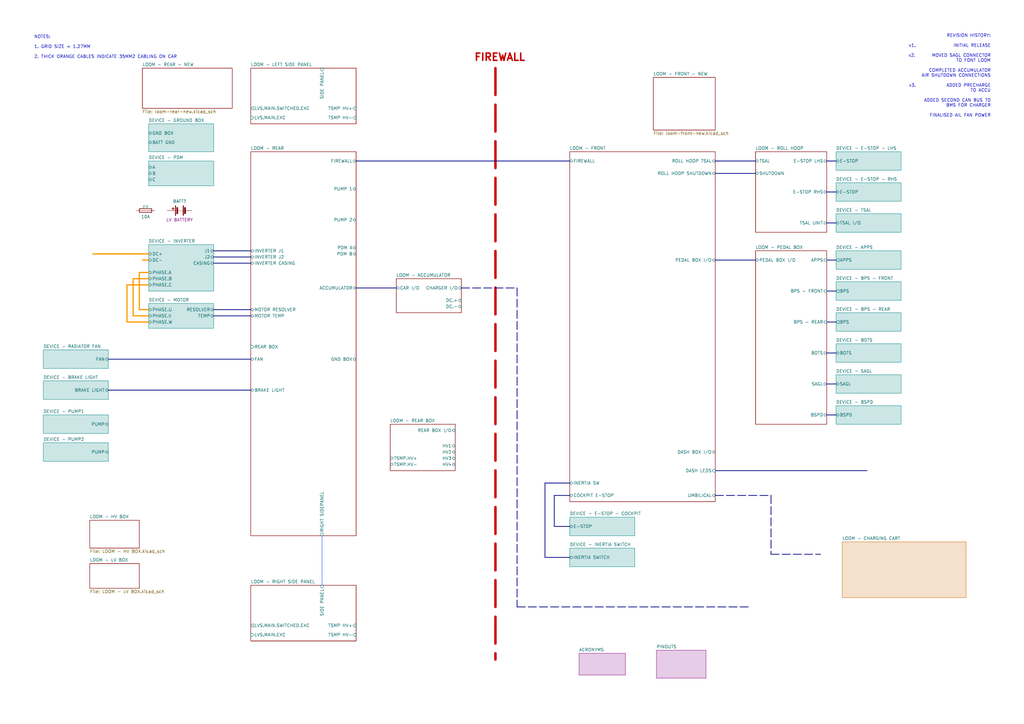
<source format=kicad_sch>
(kicad_sch (version 20231120) (generator "eeschema") (generator_version "8.0")
  (paper "A3")
  (title_block (title "STAG X - TOP LEVEL"))
  (lib_symbols
    (symbol "Device:Battery" (pin_numbers hide) (pin_names (offset 0) hide)
      (property "Reference" "BT" (at 2.54 2.54 0))
      (property "Value" "Battery" (at 2.54 0 0))
      (symbol "Battery_0_1"
        (rectangle (start -2.032 -1.397) (end 2.032 -1.651) (fill (type outline)))
        (rectangle (start -2.032 1.778) (end 2.032 1.524) (fill (type outline)))
        (rectangle (start -1.3208 -1.9812) (end 1.27 -2.4892) (fill (type outline)))
        (rectangle (start -1.3208 1.1938) (end 1.27 0.6858) (fill (type outline)))
        (polyline (pts (xy 0 -1.524) (xy 0 -1.27)))
        (polyline (pts (xy 0 -1.016) (xy 0 -0.762)))
        (polyline (pts (xy 0 -0.508) (xy 0 -0.254)))
        (polyline (pts (xy 0 0) (xy 0 0.254)))
        (polyline (pts (xy 0 0.508) (xy 0 0.762)))
        (polyline (pts (xy 0 1.778) (xy 0 2.54)))
        (polyline (pts (xy 0.254 2.667) (xy 1.27 2.667)) (stroke (width 0.254)))
        (polyline (pts (xy 0.762 3.175) (xy 0.762 2.159)) (stroke (width 0.254)))
      )
      (symbol "Battery_1_1"
        (pin passive line (at 0 5.08 270) (length 2.54) (name "+") (number "1"))
        (pin passive line (at 0 -5.08 90) (length 2.54) (name "-") (number "2"))
      )
    )
    (symbol "Device:Fuse" (pin_numbers hide) (pin_names (offset 0))
      (property "Reference" "F" (at 2.032 0 90))
      (property "Value" "Fuse" (at -1.905 0 90))
      (symbol "Fuse_0_1"
        (rectangle (start -0.762 -2.54) (end 0.762 2.54) (stroke (width 0.254)))
        (polyline (pts (xy 0 2.54) (xy 0 -2.54)))
      )
      (symbol "Fuse_1_1"
        (pin passive line (at 0 3.81 270) (length 1.27) (name "~") (number "1"))
        (pin passive line (at 0 -3.81 90) (length 1.27) (name "~") (number "2"))
      )
    )
  )
  (bus (pts (xy 339.09 144.78) (xy 342.9 144.78)))
  (bus (pts (xy 339.09 170.18) (xy 342.9 170.18)))
  (bus (pts (xy 293.37 193.04) (xy 355.6 193.04)))
  (wire (pts (xy 52.07 116.84) (xy 60.96 116.84)) (stroke (width 0.5) (color 255 153 0 1)))
  (bus (pts (xy 293.37 71.12) (xy 309.88 71.12)))
  (wire (pts (xy 57.15 111.76) (xy 57.15 127)) (stroke (width 0.5) (color 255 153 0 1)))
  (bus (pts (xy 87.63 107.95) (xy 102.87 107.95)))
  (wire (pts (xy 57.15 111.76) (xy 60.96 111.76)) (stroke (width 0.5) (color 255 153 0 1)))
  (bus (pts (xy 339.09 106.68) (xy 342.9 106.68)))
  (wire (pts (xy 57.15 127) (xy 60.96 127)) (stroke (width 0.5) (color 255 153 0 1)))
  (bus (pts (xy 233.68 215.9) (xy 227.33 215.9)))
  (bus (pts (xy 146.05 118.11) (xy 162.56 118.11)))
  (bus (pts (xy 339.09 66.04) (xy 342.9 66.04)))
  (bus (pts (xy 339.09 119.38) (xy 342.9 119.38)))
  (bus (pts (xy 339.09 91.44) (xy 342.9 91.44)))
  (bus (pts (xy 227.33 203.2) (xy 233.68 203.2)))
  (wire (pts (xy 52.07 116.84) (xy 52.07 132.08)) (stroke (width 0.5) (color 255 153 0 1)))
  (wire (pts (xy 132.08 219.71) (xy 132.08 240.03)) (stroke (width 0) (color 0 28 255 1)))
  (bus (pts (xy 223.52 198.12) (xy 233.68 198.12)))
  (bus (pts (xy 44.45 147.32) (xy 102.87 147.32)))
  (bus (pts (xy 233.68 66.04) (xy 146.05 66.04)))
  (bus (pts (xy 44.45 160.02) (xy 102.87 160.02)))
  (bus (pts (xy 87.63 129.54) (xy 102.87 129.54)))
  (wire (pts (xy 52.07 132.08) (xy 60.96 132.08)) (stroke (width 0.5) (color 255 153 0 1)))
  (bus (pts (xy 87.63 105.41) (xy 102.87 105.41)))
  (bus (pts (xy 233.68 228.6) (xy 223.52 228.6)))
  (bus (pts (xy 212.09 248.92) (xy 307.34 248.92)) (stroke (width 0) (type dash)))
  (bus (pts (xy 227.33 215.9) (xy 227.33 203.2)))
  (wire (pts (xy 38.1 104.14) (xy 60.96 104.14)) (stroke (width 0.5) (color 255 153 0 1)))
  (bus (pts (xy 316.23 227.33) (xy 336.55 227.33)) (stroke (width 0) (type dash)))
  (bus (pts (xy 339.09 132.08) (xy 342.9 132.08)))
  (wire (pts (xy 54.61 114.3) (xy 60.96 114.3)) (stroke (width 0.5) (color 255 153 0 1)))
  (bus (pts (xy 339.09 157.48) (xy 342.9 157.48)))
  (polyline (pts (xy 203.2 27.94) (xy 203.2 270.51)) (stroke (width 1) (type dash) (color 194 0 0 1)))
  (bus (pts (xy 87.63 102.87) (xy 102.87 102.87)))
  (bus (pts (xy 212.09 118.11) (xy 212.09 248.92)) (stroke (width 0) (type dash)))
  (bus (pts (xy 87.63 127) (xy 102.87 127)))
  (bus (pts (xy 293.37 106.68) (xy 309.88 106.68)))
  (bus (pts (xy 293.37 203.2) (xy 316.23 203.2)) (stroke (width 0) (type dash)))
  (bus (pts (xy 316.23 203.2) (xy 316.23 227.33)) (stroke (width 0) (type dash)))
  (bus (pts (xy 223.52 228.6) (xy 223.52 198.12)))
  (wire (pts (xy 54.61 114.3) (xy 54.61 129.54)) (stroke (width 0.5) (color 255 153 0 1)))
  (bus (pts (xy 189.23 118.11) (xy 212.09 118.11)) (stroke (width 0) (type dash)))
  (wire (pts (xy 54.61 129.54) (xy 60.96 129.54)) (stroke (width 0.5) (color 255 153 0 1)))
  (wire (pts (xy 58.42 106.68) (xy 60.96 106.68)) (stroke (width 0.5) (color 255 153 0 1)))
  (bus (pts (xy 293.37 66.04) (xy 309.88 66.04)))
  (bus (pts (xy 339.09 78.74) (xy 342.9 78.74)))
  (rectangle (start -201.93 55.88) (end -52.07 226.06) (stroke (width 1) (color 72 72 72 1)) (fill (type color) (color 132 132 132 0.15)))
  (text "NOTES:\n\n1. GRID SIZE = 1.27MM\n\n2. THICK ORANGE CABLES INDICATE 35MM2 CABLING ON CAR" (at 13.97 24.13 0) (effects (font (size 1.27 1.27)) (justify left bottom)))
  (text "                 REVISION HISTORY:\n\nv1.                INITIAL RELEASE\n\nv2.       MOVED SAGL CONNECTOR\n                      TO FONT LOOM\n\n             COMPLETED ACCUMULATOR\n          AIR SHUTDOWN CONNECTIONS\n\nv3.             ADDED PRECHARGE\n                           TO ACCU\n\n           ADDED SECOND CAN BUS TO\n                   BMS FOR CHARGER\n\n           FINALISED AIL FAN POWER" (at 406.4 13.97 0) (effects (font (size 1.27 1.27)) (justify right top)))
  (text "FIREWALL" (at 194.31 25.4 0) (effects (font (size 3 3) (thickness 0.6) (bold yes)) (justify left bottom)))
  (text "REAR MONOCOQUE" (at -199.39 53.34 0) (effects (font (size 3 3) (bold yes)) (justify left bottom)))
  (symbol (lib_id "Device:Fuse") (at 59.69 86.36 270) (unit 1)
    (property "Reference" "F?" (at 59.69 85.09 90))
    (property "Value" "10A" (at 59.69 88.9 90))
  )
  (symbol (lib_id "Device:Battery") (at 73.66 86.36 90) (unit 1)
    (property "Reference" "BATT?" (at 73.66 82.55 90))
    (property "Value" "~" (at 73.279 82.55 90))
    (property "Conn Name" "LV BATTERY" (at 73.66 90.17 90))
  )
  (sheet (at 342.9 140.97) (size 26.67 7.62) (stroke (width 0.1524) (color 0 132 132 1)) (fill (color 0 132 132 0.2000))
    (property "Sheetname" "DEVICE - BOTS" (at 342.9 140.2584 0) (effects (justify left bottom)))
    (property "Sheetfile" "device-bots.kicad_sch" (effects (hide yes)))
    (pin "BOTS" bidirectional (at 342.9 144.78 180))
  )
  (sheet (at 60.96 66.04) (size 26.67 10.16) (stroke (width 0.1524) (color 0 132 132 1)) (fill (color 0 132 132 0.2000))
    (property "Sheetname" "DEVICE - PDM" (at 60.96 65.3284 0) (effects (justify left bottom)))
    (property "Sheetfile" "device-pdm.kicad_sch" (effects (hide yes)))
    (pin "C" bidirectional (at 60.96 73.66 180))
    (pin "B" bidirectional (at 60.96 71.12 180))
    (pin "A" bidirectional (at 60.96 68.58 180))
  )
  (sheet (at 237.49 267.97) (size 19.05 8.89) (stroke (width 0.1524) (color 132 0 132 1)) (fill (color 132 0 132 0.2000))
    (property "Sheetname" "ACRONYMS" (at 237.49 267.2584 0) (effects (justify left bottom)))
    (property "Sheetfile" "acronyms.kicad_sch" (effects (hide yes)))
  )
  (sheet (at 17.78 181.61) (size 26.67 7.62) (stroke (width 0.1524) (color 0 132 132 1)) (fill (color 0 132 132 0.2000))
    (property "Sheetname" "DEVICE - PUMP2" (at 17.78 180.8984 0) (effects (justify left bottom)))
    (property "Sheetfile" "device-pump.kicad_sch" (effects (hide yes)))
    (pin "PUMP" bidirectional (at 44.45 185.42 0))
  )
  (sheet (at 267.97 31.75) (size 25.4 21.59) (stroke (width 0.1524))
    (property "Sheetname" "LOOM - FRONT - NEW" (at 267.97 31.0384 0) (effects (justify left bottom)))
    (property "Sheetfile" "loom-front-new.kicad_sch" (at 267.97 53.9246 0) (effects (justify left top)))
  )
  (sheet (at 233.68 212.09) (size 26.67 7.62) (stroke (width 0.1524) (color 0 132 132 1)) (fill (color 0 132 132 0.2000))
    (property "Sheetname" "DEVICE - E-STOP - COCKPIT" (at 233.68 211.3784 0) (effects (justify left bottom)))
    (property "Sheetfile" "device-e-stop.kicad_sch" (effects (hide yes)))
    (pin "E-STOP" bidirectional (at 233.68 215.9 180))
  )
  (sheet (at 60.96 100.33) (size 26.67 19.05) (stroke (width 0.1524) (color 0 132 132 1)) (fill (color 0 132 132 0.2000))
    (property "Sheetname" "DEVICE - INVERTER" (at 60.96 99.6184 0) (effects (justify left bottom)))
    (property "Sheetfile" "device-inverter.kicad_sch" (effects (hide yes)))
    (pin "PHASE.A" bidirectional (at 60.96 111.76 180))
    (pin "PHASE.B" bidirectional (at 60.96 114.3 180))
    (pin "PHASE.C" bidirectional (at 60.96 116.84 180))
    (pin "J1" bidirectional (at 87.63 102.87 0))
    (pin "J2" bidirectional (at 87.63 105.41 0))
    (pin "CASING" bidirectional (at 87.63 107.95 0))
    (pin "DC+" bidirectional (at 60.96 104.14 180))
    (pin "DC-" bidirectional (at 60.96 106.68 180))
  )
  (sheet (at 342.9 87.63) (size 26.67 7.62) (stroke (width 0.1524) (color 0 132 132 1)) (fill (color 0 132 132 0.2000))
    (property "Sheetname" "DEVICE - TSAL" (at 342.9 86.9184 0) (effects (justify left bottom)))
    (property "Sheetfile" "device-tsal.kicad_sch" (effects (hide yes)))
    (pin "TSAL I{slash}O" bidirectional (at 342.9 91.44 180))
  )
  (sheet (at 102.87 62.23) (size 43.18 157.48) (stroke (width 0.1524))
    (property "Sheetname" "LOOM - REAR" (at 102.87 61.5184 0) (effects (justify left bottom)))
    (property "Sheetfile" "loom-rear.kicad_sch" (effects (hide yes)))
    (pin "FIREWALL" bidirectional (at 146.05 66.04 0))
    (pin "REAR BOX" input (at 102.87 142.24 180))
    (pin "ACCUMULATOR" bidirectional (at 146.05 118.11 0))
    (pin "MOTOR RESOLVER" bidirectional (at 102.87 127 180))
    (pin "MOTOR TEMP" bidirectional (at 102.87 129.54 180))
    (pin "FAN" bidirectional (at 102.87 147.32 180))
    (pin "PUMP 2" bidirectional (at 146.05 90.17 0))
    (pin "BRAKE LIGHT" bidirectional (at 102.87 160.02 180))
    (pin "PUMP 1" bidirectional (at 146.05 77.47 0))
    (pin "INVERTER J1" bidirectional (at 102.87 102.87 180))
    (pin "INVERTER J2" bidirectional (at 102.87 105.41 180))
    (pin "GND BOX" bidirectional (at 146.05 147.32 0))
    (pin "PDM A" bidirectional (at 146.05 101.6 0))
    (pin "RIGHT SIDEPANEL" input (at 132.08 219.71 270))
    (pin "PDM B" bidirectional (at 146.05 104.14 0))
    (pin "INVERTER CASING" bidirectional (at 102.87 107.95 180))
  )
  (sheet (at 17.78 170.18) (size 26.67 7.62) (stroke (width 0.1524) (color 0 132 132 1)) (fill (color 0 132 132 0.2000))
    (property "Sheetname" "DEVICE - PUMP1" (at 17.78 169.4684 0) (effects (justify left bottom)))
    (property "Sheetfile" "device-pump.kicad_sch" (effects (hide yes)))
    (pin "PUMP" bidirectional (at 44.45 173.99 0))
  )
  (sheet (at 342.9 102.87) (size 26.67 7.62) (stroke (width 0.1524) (color 0 132 132 1)) (fill (color 0 132 132 0.2000))
    (property "Sheetname" "DEVICE - APPS" (at 342.9 102.1584 0) (effects (justify left bottom)))
    (property "Sheetfile" "device-apps.kicad_sch" (effects (hide yes)))
    (pin "APPS" output (at 342.9 106.68 180))
  )
  (sheet (at 102.87 27.94) (size 43.18 22.86) (stroke (width 0.1524))
    (property "Sheetname" "LOOM - LEFT SIDE PANEL" (at 102.87 27.2284 0) (effects (justify left bottom)))
    (property "Sheetfile" "loom-side-panel-left.kicad_sch" (effects (hide yes)))
    (pin "LVS.MAIN.EXC" input (at 102.87 48.26 180))
    (pin "TSMP HV-" input (at 146.05 48.26 0))
    (pin "TSMP HV+" input (at 146.05 44.45 0))
    (pin "SIDE PANEL" input (at 132.08 27.94 90))
    (pin "LVS.MAIN.SWITCHED.EXC" output (at 102.87 44.45 180))
  )
  (sheet (at 17.78 143.51) (size 26.67 7.62) (stroke (width 0.1524) (color 0 132 132 1)) (fill (color 0 132 132 0.2000))
    (property "Sheetname" "DEVICE - RADIATOR FAN" (at 17.78 142.7984 0) (effects (justify left bottom)))
    (property "Sheetfile" "device-radiator-fan.kicad_sch" (effects (hide yes)))
    (pin "FAN" bidirectional (at 44.45 147.32 0))
  )
  (sheet (at 36.83 231.14) (size 20.32 10.16) (stroke (width 0.1524))
    (property "Sheetname" "LOOM - LV BOX" (at 36.83 230.4284 0) (effects (justify left bottom)))
    (property "Sheetfile" "LOOM - LV BOX.kicad_sch" (at 36.83 241.8846 0) (effects (justify left top)))
  )
  (sheet (at 36.83 213.36) (size 20.32 11.43) (stroke (width 0.1524))
    (property "Sheetname" "LOOM - HV BOX" (at 36.83 212.6484 0) (effects (justify left bottom)))
    (property "Sheetfile" "LOOM - HV BOX.kicad_sch" (at 36.83 225.3746 0) (effects (justify left top)))
  )
  (sheet (at 342.9 62.23) (size 26.67 7.62) (stroke (width 0.1524) (color 0 132 132 1)) (fill (color 0 132 132 0.2000))
    (property "Sheetname" "DEVICE - E-STOP - LHS" (at 342.9 61.5184 0) (effects (justify left bottom)))
    (property "Sheetfile" "device-e-stop.kicad_sch" (effects (hide yes)))
    (pin "E-STOP" bidirectional (at 342.9 66.04 180))
  )
  (sheet (at 342.9 115.57) (size 26.67 7.62) (stroke (width 0.1524) (color 0 132 132 1)) (fill (color 0 132 132 0.2000))
    (property "Sheetname" "DEVICE - BPS - FRONT" (at 342.9 114.8584 0) (effects (justify left bottom)))
    (property "Sheetfile" "device-bps.kicad_sch" (effects (hide yes)))
    (pin "BPS" output (at 342.9 119.38 180))
  )
  (sheet (at 342.9 74.93) (size 26.67 7.62) (stroke (width 0.1524) (color 0 132 132 1)) (fill (color 0 132 132 0.2000))
    (property "Sheetname" "DEVICE - E-STOP - RHS" (at 342.9 74.2184 0) (effects (justify left bottom)))
    (property "Sheetfile" "device-e-stop.kicad_sch" (effects (hide yes)))
    (pin "E-STOP" bidirectional (at 342.9 78.74 180))
  )
  (sheet (at 102.87 240.03) (size 43.18 22.86) (stroke (width 0.1524))
    (property "Sheetname" "LOOM - RIGHT SIDE PANEL" (at 102.87 239.3184 0) (effects (justify left bottom)))
    (property "Sheetfile" "loom-side-panel-right.kicad_sch" (effects (hide yes)))
    (pin "LVS.MAIN.EXC" input (at 102.87 260.35 180))
    (pin "TSMP HV-" input (at 146.05 260.35 0))
    (pin "TSMP HV+" input (at 146.05 256.54 0))
    (pin "SIDE PANEL" input (at 132.08 240.03 90))
    (pin "LVS.MAIN.SWITCHED.EXC" output (at 102.87 256.54 180))
  )
  (sheet (at 342.9 166.37) (size 26.67 7.62) (stroke (width 0.1524) (color 0 132 132 1)) (fill (color 0 132 132 0.2000))
    (property "Sheetname" "DEVICE - BSPD" (at 342.9 165.6584 0) (effects (justify left bottom)))
    (property "Sheetfile" "device-bspd.kicad_sch" (effects (hide yes)))
    (pin "BSPD" bidirectional (at 342.9 170.18 180))
  )
  (sheet (at 60.96 50.8) (size 26.67 11.43) (stroke (width 0.1524) (color 0 132 132 1)) (fill (color 0 132 132 0.2000))
    (property "Sheetname" "DEVICE - GROUND BOX" (at 60.96 50.0884 0) (effects (justify left bottom)))
    (property "Sheetfile" "device-ground-box.kicad_sch" (effects (hide yes)))
    (pin "GND BOX" bidirectional (at 60.96 54.61 180))
    (pin "BATT GND" bidirectional (at 60.96 58.42 180))
  )
  (sheet (at 60.96 124.46) (size 26.67 10.16) (stroke (width 0.1524) (color 0 132 132 1)) (fill (color 0 132 132 0.2000))
    (property "Sheetname" "DEVICE - MOTOR" (at 60.96 123.7484 0) (effects (justify left bottom)))
    (property "Sheetfile" "device-motor.kicad_sch" (effects (hide yes)))
    (pin "PHASE.V" bidirectional (at 60.96 129.54 180))
    (pin "PHASE.U" bidirectional (at 60.96 127 180))
    (pin "PHASE.W" bidirectional (at 60.96 132.08 180))
    (pin "RESOLVER" bidirectional (at 87.63 127 0))
    (pin "TEMP" bidirectional (at 87.63 129.54 0))
  )
  (sheet (at 58.42 27.94) (size 36.83 16.51) (stroke (width 0.1524))
    (property "Sheetname" "LOOM - REAR - NEW" (at 58.42 27.2284 0) (effects (justify left bottom)))
    (property "Sheetfile" "loom-rear-new.kicad_sch" (at 58.42 45.0346 0) (effects (justify left top)))
  )
  (sheet (at 345.44 222.25) (size 50.8 22.86) (stroke (width 0.1524) (color 204 102 0 1)) (fill (color 204 102 0 0.2000))
    (property "Sheetname" "LOOM - CHARGING CART" (at 345.44 221.5384 0) (effects (justify left bottom)))
    (property "Sheetfile" "loom-charging-cart.kicad_sch" (effects (hide yes)))
  )
  (sheet (at 342.9 153.67) (size 26.67 7.62) (stroke (width 0.1524) (color 0 132 132 1)) (fill (color 0 132 132 0.2000))
    (property "Sheetname" "DEVICE - SAGL" (at 342.9 152.9584 0) (effects (justify left bottom)))
    (property "Sheetfile" "device-sagl.kicad_sch" (effects (hide yes)))
    (pin "SAGL" bidirectional (at 342.9 157.48 180))
  )
  (sheet (at 162.56 114.3) (size 26.67 13.97) (stroke (width 0.1524))
    (property "Sheetname" "LOOM - ACCUMULATOR" (at 162.56 113.5884 0) (effects (justify left bottom)))
    (property "Sheetfile" "loom-accumulator.kicad_sch" (effects (hide yes)))
    (pin "CHARGER I{slash}O" bidirectional (at 189.23 118.11 0))
    (pin "CAR I{slash}O" bidirectional (at 162.56 118.11 180))
    (pin "DC.-" bidirectional (at 189.23 125.73 0))
    (pin "DC.+" bidirectional (at 189.23 123.19 0))
  )
  (sheet (at 269.24 266.7) (size 20.32 11.43) (stroke (width 0.1524) (color 132 0 132 1)) (fill (color 132 0 132 0.2000))
    (property "Sheetname" "PINOUTS" (at 269.24 265.9884 0) (effects (justify left bottom)))
    (property "Sheetfile" "pinouts.kicad_sch" (effects (hide yes)))
  )
  (sheet (at 160.02 173.99) (size 26.67 19.05) (stroke (width 0.1524))
    (property "Sheetname" "LOOM - REAR BOX" (at 160.02 173.2784 0) (effects (justify left bottom)))
    (property "Sheetfile" "loom-rear-box.kicad_sch" (effects (hide yes)))
    (pin "HV3" bidirectional (at 186.69 187.96 0))
    (pin "HV4" bidirectional (at 186.69 190.5 0))
    (pin "HV1" bidirectional (at 186.69 182.88 0))
    (pin "HV2" bidirectional (at 186.69 185.42 0))
    (pin "TSMP.HV+" bidirectional (at 160.02 187.96 180))
    (pin "TSMP.HV-" bidirectional (at 160.02 190.5 180))
    (pin "REAR BOX I{slash}O" bidirectional (at 186.69 176.53 0))
  )
  (sheet (at 342.9 128.27) (size 26.67 7.62) (stroke (width 0.1524) (color 0 132 132 1)) (fill (color 0 132 132 0.2000))
    (property "Sheetname" "DEVICE - BPS - REAR" (at 342.9 127.5584 0) (effects (justify left bottom)))
    (property "Sheetfile" "device-bps.kicad_sch" (effects (hide yes)))
    (pin "BPS" output (at 342.9 132.08 180))
  )
  (sheet (at 309.88 62.23) (size 29.21 33.02) (stroke (width 0.1524))
    (property "Sheetname" "LOOM - ROLL HOOP" (at 309.88 61.5184 0) (effects (justify left bottom)))
    (property "Sheetfile" "loom-roll-hoop.kicad_sch" (effects (hide yes)))
    (pin "E-STOP LHS" bidirectional (at 339.09 66.04 0))
    (pin "E-STOP RHS" bidirectional (at 339.09 78.74 0))
    (pin "TSAL UNIT" bidirectional (at 339.09 91.44 0))
    (pin "TSAL" bidirectional (at 309.88 66.04 180))
    (pin "SHUTDOWN" bidirectional (at 309.88 71.12 180))
  )
  (sheet (at 233.68 62.23) (size 59.69 143.51) (stroke (width 0.1524))
    (property "Sheetname" "LOOM - FRONT" (at 233.68 61.5184 0) (effects (justify left bottom)))
    (property "Sheetfile" "loom-front.kicad_sch" (effects (hide yes)))
    (pin "PEDAL BOX I{slash}O" bidirectional (at 293.37 106.68 0))
    (pin "DASH BOX I{slash}O" bidirectional (at 293.37 185.42 0))
    (pin "FIREWALL" bidirectional (at 233.68 66.04 180))
    (pin "INERTIA SW" bidirectional (at 233.68 198.12 180))
    (pin "COCKPIT E-STOP" bidirectional (at 233.68 203.2 180))
    (pin "UMBILICAL" bidirectional (at 293.37 203.2 0))
    (pin "ROLL HOOP SHUTDOWN" bidirectional (at 293.37 71.12 0))
    (pin "ROLL HOOP TSAL" bidirectional (at 293.37 66.04 0))
    (pin "DASH LEDS" input (at 293.37 193.04 0))
  )
  (sheet (at 309.88 102.87) (size 29.21 71.12) (stroke (width 0.1524))
    (property "Sheetname" "LOOM - PEDAL BOX" (at 309.88 102.1584 0) (effects (justify left bottom)))
    (property "Sheetfile" "loom-pedal-box.kicad_sch" (effects (hide yes)))
    (pin "APPS" input (at 339.09 106.68 0))
    (pin "BPS - FRONT" input (at 339.09 119.38 0))
    (pin "BPS - REAR" input (at 339.09 132.08 0))
    (pin "BOTS" bidirectional (at 339.09 144.78 0))
    (pin "SAGL" bidirectional (at 339.09 157.48 0))
    (pin "PEDAL BOX I{slash}O" bidirectional (at 309.88 106.68 180))
    (pin "BSPD" bidirectional (at 339.09 170.18 0))
  )
  (sheet (at 233.68 224.79) (size 26.67 7.62) (stroke (width 0.1524) (color 0 132 132 1)) (fill (color 0 132 132 0.2000))
    (property "Sheetname" "DEVICE - INERTIA SWITCH" (at 233.68 224.0784 0) (effects (justify left bottom)))
    (property "Sheetfile" "device-inertia-switch.kicad_sch" (effects (hide yes)))
    (pin "INERTIA SWITCH" bidirectional (at 233.68 228.6 180))
  )
  (sheet (at 17.78 156.21) (size 26.67 7.62) (stroke (width 0.1524) (color 0 132 132 1)) (fill (color 0 132 132 0.2000))
    (property "Sheetname" "DEVICE - BRAKE LIGHT" (at 17.78 155.4984 0) (effects (justify left bottom)))
    (property "Sheetfile" "device-brake-light.kicad_sch" (effects (hide yes)))
    (pin "BRAKE LIGHT" bidirectional (at 44.45 160.02 0))
  )
)
</source>
